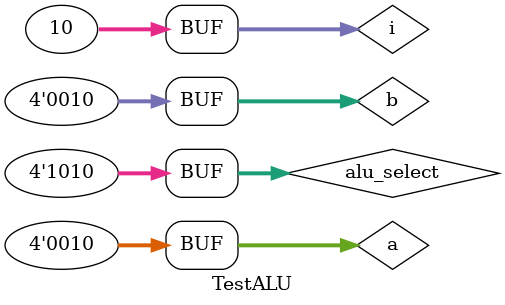
<source format=sv>
module TestALU;
	parameter WIDTH = 4;

	logic [WIDTH-1:0] a,b, result;
	logic [3:0] alu_select;
	logic [1:0] flags;
	integer i;
	
	
	ALU #(.N(WIDTH)) alu(a,b,alu_select,result,flags);
	
	initial begin
		a = 2;
		b = 2;
		alu_select = 0;
		#10;
		for (i=0; i <= 9; i=i+1)
			begin
				alu_select = alu_select + 1;
				#10;
			end
		end
endmodule
</source>
